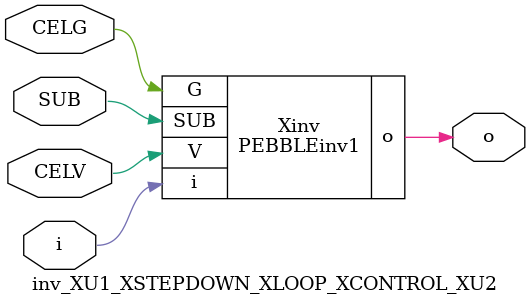
<source format=v>



module PEBBLEinv1 ( o, G, SUB, V, i );

  input V;
  input i;
  input G;
  output o;
  input SUB;
endmodule

//Celera Confidential Do Not Copy inv_XU1_XSTEPDOWN_XLOOP_XCONTROL_XU2
//Celera Confidential Symbol Generator
//5V Inverter
module inv_XU1_XSTEPDOWN_XLOOP_XCONTROL_XU2 (CELV,CELG,i,o,SUB);
input CELV;
input CELG;
input i;
input SUB;
output o;

//Celera Confidential Do Not Copy inv
PEBBLEinv1 Xinv(
.V (CELV),
.i (i),
.o (o),
.SUB (SUB),
.G (CELG)
);
//,diesize,PEBBLEinv1

//Celera Confidential Do Not Copy Module End
//Celera Schematic Generator
endmodule

</source>
